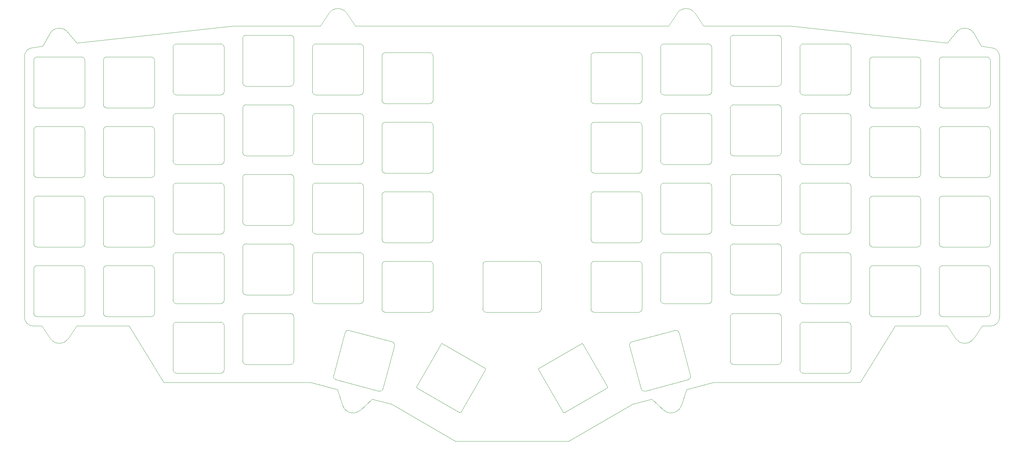
<source format=gbr>
G04 #@! TF.GenerationSoftware,KiCad,Pcbnew,(5.1.4-0)*
G04 #@! TF.CreationDate,2021-11-01T11:32:31-05:00*
G04 #@! TF.ProjectId,top_plate,746f705f-706c-4617-9465-2e6b69636164,rev?*
G04 #@! TF.SameCoordinates,Original*
G04 #@! TF.FileFunction,Profile,NP*
%FSLAX46Y46*%
G04 Gerber Fmt 4.6, Leading zero omitted, Abs format (unit mm)*
G04 Created by KiCad (PCBNEW (5.1.4-0)) date 2021-11-01 11:32:31*
%MOMM*%
%LPD*%
G04 APERTURE LIST*
%ADD10C,0.050000*%
%ADD11C,0.100000*%
G04 APERTURE END LIST*
D10*
X325965882Y-80506460D02*
X328614012Y-80962736D01*
X323970179Y-76980529D02*
X325965882Y-80506460D01*
X323970179Y-76980529D02*
G75*
G03X319368763Y-76481437I-2501417J-1600907D01*
G01*
X316665882Y-79706460D02*
X273844212Y-75009606D01*
X319368763Y-76481437D02*
X316665882Y-79706460D01*
X75920529Y-76481437D02*
X78623410Y-79706460D01*
X71319113Y-76980529D02*
X69323410Y-80506460D01*
X71319113Y-76980529D02*
G75*
G02X75920529Y-76481437I2501417J-1600907D01*
G01*
X159366878Y-177205822D02*
X164666878Y-178605822D01*
X151351079Y-178991351D02*
G75*
G03X156066877Y-180305821I2815799J985529D01*
G01*
X156066878Y-180305822D02*
X159366878Y-177205822D01*
X149866878Y-174605822D02*
X142579066Y-172640732D01*
X151351079Y-178991351D02*
X149866878Y-174605822D01*
X243939209Y-178991989D02*
G75*
G02X239223411Y-180306459I-2815799J985529D01*
G01*
X243939209Y-178991989D02*
X245423410Y-174606460D01*
X239223410Y-180306460D02*
X235923410Y-177206460D01*
X323851570Y-160734312D02*
X326232818Y-157162440D01*
X319089074Y-160734312D02*
X316707826Y-157162440D01*
X323851570Y-160734312D02*
G75*
G02X319089074Y-160734312I-2381248J1785936D01*
G01*
X242889138Y-71437872D02*
X240507890Y-75009744D01*
X247651634Y-71437872D02*
X250032882Y-75009744D01*
X242889138Y-71437872D02*
G75*
G02X247651634Y-71437872I2381248J-1785936D01*
G01*
X145257970Y-75009744D02*
X121445080Y-75009606D01*
X147639218Y-71437872D02*
X145257970Y-75009744D01*
X152401714Y-71437872D02*
X154782962Y-75009744D01*
X147639218Y-71437872D02*
G75*
G02X152401714Y-71437872I2381248J-1785936D01*
G01*
X76201778Y-160734492D02*
G75*
G02X71439282Y-160734492I-2381248J1785936D01*
G01*
X292896116Y-172641350D02*
X302420020Y-157163160D01*
X316707826Y-157162800D02*
X302420020Y-157163160D01*
X235923410Y-177206460D02*
X230623410Y-178606460D01*
X213123282Y-188714389D02*
X230623410Y-178606460D01*
X245423410Y-174606460D02*
X252711222Y-172641370D01*
X252711222Y-172640732D02*
X292895346Y-172640732D01*
X64294028Y-83343988D02*
G75*
G02X66675280Y-80962736I2381252J0D01*
G01*
X69323410Y-80506460D02*
X66675280Y-80962736D01*
X142579066Y-172640732D02*
X102394180Y-172641350D01*
X182167006Y-188714389D02*
X164666878Y-178605822D01*
X76201778Y-160734492D02*
X78583026Y-157162620D01*
X71439282Y-160734492D02*
X69058034Y-157162620D01*
X250032882Y-75009744D02*
X273845216Y-75009606D01*
X78583026Y-157162800D02*
X92869140Y-157163160D01*
X69058034Y-157162800D02*
X66675280Y-157163160D01*
X102394180Y-172641350D02*
X92869140Y-157163160D01*
X66675280Y-157163160D02*
G75*
G02X64294028Y-154781908I0J2381252D01*
G01*
X328614012Y-80962736D02*
G75*
G02X330995264Y-83343988I0J-2381252D01*
G01*
X330995288Y-154781484D02*
G75*
G02X328614036Y-157162736I-2381252J0D01*
G01*
X213123282Y-188714389D02*
X182167006Y-188714156D01*
X328614036Y-157162736D02*
X326232818Y-157162800D01*
X154782962Y-75009744D02*
X240507890Y-75009744D01*
X78623410Y-79706460D02*
X121445080Y-75009606D01*
X330995288Y-154781484D02*
X330995264Y-83343988D01*
X64294028Y-83343988D02*
X64294020Y-154781900D01*
X314470100Y-84487880D02*
G75*
G02X315470100Y-83487880I1000000J0D01*
G01*
X328470100Y-96487880D02*
G75*
G02X327470100Y-97487880I-1000000J0D01*
G01*
X327470100Y-83487880D02*
G75*
G02X328470100Y-84487880I0J-1000000D01*
G01*
X315470100Y-97487880D02*
G75*
G02X314470100Y-96487880I0J1000000D01*
G01*
X315470100Y-97487880D02*
X327470100Y-97487880D01*
X328470100Y-84487880D02*
X328470100Y-96487880D01*
X315470100Y-83487880D02*
X327470100Y-83487880D01*
X314470100Y-96487880D02*
X314470100Y-84487880D01*
X295420020Y-84487880D02*
G75*
G02X296420020Y-83487880I1000000J0D01*
G01*
X309420020Y-96487880D02*
G75*
G02X308420020Y-97487880I-1000000J0D01*
G01*
X308420020Y-83487880D02*
G75*
G02X309420020Y-84487880I0J-1000000D01*
G01*
X296420020Y-97487880D02*
G75*
G02X295420020Y-96487880I0J1000000D01*
G01*
X296420020Y-97487880D02*
X308420020Y-97487880D01*
X309420020Y-84487880D02*
X309420020Y-96487880D01*
X296420020Y-83487880D02*
X308420020Y-83487880D01*
X295420020Y-96487880D02*
X295420020Y-84487880D01*
X276369940Y-80915990D02*
G75*
G02X277369940Y-79915990I1000000J0D01*
G01*
X290369940Y-92915990D02*
G75*
G02X289369940Y-93915990I-1000000J0D01*
G01*
X289369940Y-79915990D02*
G75*
G02X290369940Y-80915990I0J-1000000D01*
G01*
X277369940Y-93915990D02*
G75*
G02X276369940Y-92915990I0J1000000D01*
G01*
X277369940Y-93915990D02*
X289369940Y-93915990D01*
X290369940Y-80915990D02*
X290369940Y-92915990D01*
X277369940Y-79915990D02*
X289369940Y-79915990D01*
X276369940Y-92915990D02*
X276369940Y-80915990D01*
X257319860Y-78534730D02*
G75*
G02X258319860Y-77534730I1000000J0D01*
G01*
X271319860Y-90534730D02*
G75*
G02X270319860Y-91534730I-1000000J0D01*
G01*
X270319860Y-77534730D02*
G75*
G02X271319860Y-78534730I0J-1000000D01*
G01*
X258319860Y-91534730D02*
G75*
G02X257319860Y-90534730I0J1000000D01*
G01*
X258319860Y-91534730D02*
X270319860Y-91534730D01*
X271319860Y-78534730D02*
X271319860Y-90534730D01*
X258319860Y-77534730D02*
X270319860Y-77534730D01*
X257319860Y-90534730D02*
X257319860Y-78534730D01*
X238269780Y-80915990D02*
G75*
G02X239269780Y-79915990I1000000J0D01*
G01*
X252269780Y-92915990D02*
G75*
G02X251269780Y-93915990I-1000000J0D01*
G01*
X251269780Y-79915990D02*
G75*
G02X252269780Y-80915990I0J-1000000D01*
G01*
X239269780Y-93915990D02*
G75*
G02X238269780Y-92915990I0J1000000D01*
G01*
X239269780Y-93915990D02*
X251269780Y-93915990D01*
X252269780Y-80915990D02*
X252269780Y-92915990D01*
X239269780Y-79915990D02*
X251269780Y-79915990D01*
X238269780Y-92915990D02*
X238269780Y-80915990D01*
X219219700Y-83297250D02*
G75*
G02X220219700Y-82297250I1000000J0D01*
G01*
X233219700Y-95297250D02*
G75*
G02X232219700Y-96297250I-1000000J0D01*
G01*
X232219700Y-82297250D02*
G75*
G02X233219700Y-83297250I0J-1000000D01*
G01*
X220219700Y-96297250D02*
G75*
G02X219219700Y-95297250I0J1000000D01*
G01*
X220219700Y-96297250D02*
X232219700Y-96297250D01*
X233219700Y-83297250D02*
X233219700Y-95297250D01*
X220219700Y-82297250D02*
X232219700Y-82297250D01*
X219219700Y-95297250D02*
X219219700Y-83297250D01*
X162069460Y-83297250D02*
G75*
G02X163069460Y-82297250I1000000J0D01*
G01*
X176069460Y-95297250D02*
G75*
G02X175069460Y-96297250I-1000000J0D01*
G01*
X175069460Y-82297250D02*
G75*
G02X176069460Y-83297250I0J-1000000D01*
G01*
X163069460Y-96297250D02*
G75*
G02X162069460Y-95297250I0J1000000D01*
G01*
X163069460Y-96297250D02*
X175069460Y-96297250D01*
X176069460Y-83297250D02*
X176069460Y-95297250D01*
X163069460Y-82297250D02*
X175069460Y-82297250D01*
X162069460Y-95297250D02*
X162069460Y-83297250D01*
X143019380Y-80915990D02*
G75*
G02X144019380Y-79915990I1000000J0D01*
G01*
X157019380Y-92915990D02*
G75*
G02X156019380Y-93915990I-1000000J0D01*
G01*
X156019380Y-79915990D02*
G75*
G02X157019380Y-80915990I0J-1000000D01*
G01*
X144019380Y-93915990D02*
G75*
G02X143019380Y-92915990I0J1000000D01*
G01*
X144019380Y-93915990D02*
X156019380Y-93915990D01*
X157019380Y-80915990D02*
X157019380Y-92915990D01*
X144019380Y-79915990D02*
X156019380Y-79915990D01*
X143019380Y-92915990D02*
X143019380Y-80915990D01*
X123969300Y-78534730D02*
G75*
G02X124969300Y-77534730I1000000J0D01*
G01*
X137969300Y-90534730D02*
G75*
G02X136969300Y-91534730I-1000000J0D01*
G01*
X136969300Y-77534730D02*
G75*
G02X137969300Y-78534730I0J-1000000D01*
G01*
X124969300Y-91534730D02*
G75*
G02X123969300Y-90534730I0J1000000D01*
G01*
X124969300Y-91534730D02*
X136969300Y-91534730D01*
X137969300Y-78534730D02*
X137969300Y-90534730D01*
X124969300Y-77534730D02*
X136969300Y-77534730D01*
X123969300Y-90534730D02*
X123969300Y-78534730D01*
X104919220Y-80915990D02*
G75*
G02X105919220Y-79915990I1000000J0D01*
G01*
X118919220Y-92915990D02*
G75*
G02X117919220Y-93915990I-1000000J0D01*
G01*
X117919220Y-79915990D02*
G75*
G02X118919220Y-80915990I0J-1000000D01*
G01*
X105919220Y-93915990D02*
G75*
G02X104919220Y-92915990I0J1000000D01*
G01*
X105919220Y-93915990D02*
X117919220Y-93915990D01*
X118919220Y-80915990D02*
X118919220Y-92915990D01*
X105919220Y-79915990D02*
X117919220Y-79915990D01*
X104919220Y-92915990D02*
X104919220Y-80915990D01*
X85869140Y-84487880D02*
G75*
G02X86869140Y-83487880I1000000J0D01*
G01*
X99869140Y-96487880D02*
G75*
G02X98869140Y-97487880I-1000000J0D01*
G01*
X98869140Y-83487880D02*
G75*
G02X99869140Y-84487880I0J-1000000D01*
G01*
X86869140Y-97487880D02*
G75*
G02X85869140Y-96487880I0J1000000D01*
G01*
X86869140Y-97487880D02*
X98869140Y-97487880D01*
X99869140Y-84487880D02*
X99869140Y-96487880D01*
X86869140Y-83487880D02*
X98869140Y-83487880D01*
X85869140Y-96487880D02*
X85869140Y-84487880D01*
X66819060Y-84487880D02*
G75*
G02X67819060Y-83487880I1000000J0D01*
G01*
X80819060Y-96487880D02*
G75*
G02X79819060Y-97487880I-1000000J0D01*
G01*
X79819060Y-83487880D02*
G75*
G02X80819060Y-84487880I0J-1000000D01*
G01*
X67819060Y-97487880D02*
G75*
G02X66819060Y-96487880I0J1000000D01*
G01*
X67819060Y-97487880D02*
X79819060Y-97487880D01*
X80819060Y-84487880D02*
X80819060Y-96487880D01*
X67819060Y-83487880D02*
X79819060Y-83487880D01*
X66819060Y-96487880D02*
X66819060Y-84487880D01*
X276369940Y-157116310D02*
G75*
G02X277369940Y-156116310I1000000J0D01*
G01*
X290369940Y-169116310D02*
G75*
G02X289369940Y-170116310I-1000000J0D01*
G01*
X289369940Y-156116310D02*
G75*
G02X290369940Y-157116310I0J-1000000D01*
G01*
X277369940Y-170116310D02*
G75*
G02X276369940Y-169116310I0J1000000D01*
G01*
X277369940Y-170116310D02*
X289369940Y-170116310D01*
X290369940Y-157116310D02*
X290369940Y-169116310D01*
X277369940Y-156116310D02*
X289369940Y-156116310D01*
X276369940Y-169116310D02*
X276369940Y-157116310D01*
X257319860Y-154735050D02*
G75*
G02X258319860Y-153735050I1000000J0D01*
G01*
X271319860Y-166735050D02*
G75*
G02X270319860Y-167735050I-1000000J0D01*
G01*
X270319860Y-153735050D02*
G75*
G02X271319860Y-154735050I0J-1000000D01*
G01*
X258319860Y-167735050D02*
G75*
G02X257319860Y-166735050I0J1000000D01*
G01*
X258319860Y-167735050D02*
X270319860Y-167735050D01*
X271319860Y-154735050D02*
X271319860Y-166735050D01*
X258319860Y-153735050D02*
X270319860Y-153735050D01*
X257319860Y-166735050D02*
X257319860Y-154735050D01*
X246440395Y-170672022D02*
G75*
G02X245733288Y-171896767I-965926J-258819D01*
G01*
X229811605Y-162704378D02*
G75*
G02X230518712Y-161479633I965926J258819D01*
G01*
X234142178Y-175002595D02*
G75*
G02X232917433Y-174295488I-258819J965926D01*
G01*
X242109822Y-158373805D02*
G75*
G02X243334567Y-159080912I258819J-965926D01*
G01*
X242109822Y-158373805D02*
X230518712Y-161479633D01*
X232917433Y-174295488D02*
X229811605Y-162704378D01*
X245733288Y-171896767D02*
X234142178Y-175002595D01*
X243334567Y-159080912D02*
X246440395Y-170672022D01*
D11*
X216615770Y-162038542D02*
X205011030Y-168738542D01*
X223615770Y-174162898D02*
X212011030Y-180862898D01*
X217025578Y-162148350D02*
X223725578Y-173753090D01*
X204901222Y-169148350D02*
X211601222Y-180753090D01*
X223725578Y-173753090D02*
G75*
G02X223615770Y-174162898I-259808J-150000D01*
G01*
X212011030Y-180862898D02*
G75*
G02X211601222Y-180753090I-150000J259808D01*
G01*
X204901222Y-169148350D02*
G75*
G02X205011030Y-168738542I259808J150000D01*
G01*
X216615770Y-162038542D02*
G75*
G02X217025578Y-162148350I150000J-259808D01*
G01*
X190278130Y-168738542D02*
X178673390Y-162038542D01*
X183278130Y-180862898D02*
X171673390Y-174162898D01*
X190387938Y-169148350D02*
X183687938Y-180753090D01*
X178263582Y-162148350D02*
X171563582Y-173753090D01*
X183687938Y-180753090D02*
G75*
G02X183278130Y-180862898I-259808J150000D01*
G01*
X171673390Y-174162898D02*
G75*
G02X171563582Y-173753090I150000J259808D01*
G01*
X178263582Y-162148350D02*
G75*
G02X178673390Y-162038542I259808J-150000D01*
G01*
X190278130Y-168738542D02*
G75*
G02X190387938Y-169148350I-150000J-259808D01*
G01*
D10*
X162371727Y-174295488D02*
G75*
G02X161146982Y-175002595I-965926J258819D01*
G01*
X151954593Y-159080912D02*
G75*
G02X153179338Y-158373805I965926J-258819D01*
G01*
X149555872Y-171896767D02*
G75*
G02X148848765Y-170672022I258819J965926D01*
G01*
X164770448Y-161479633D02*
G75*
G02X165477555Y-162704378I-258819J-965926D01*
G01*
X164770448Y-161479633D02*
X153179338Y-158373805D01*
X148848765Y-170672022D02*
X151954593Y-159080912D01*
X161146982Y-175002595D02*
X149555872Y-171896767D01*
X165477555Y-162704378D02*
X162371727Y-174295488D01*
X123969300Y-154735050D02*
G75*
G02X124969300Y-153735050I1000000J0D01*
G01*
X137969300Y-166735050D02*
G75*
G02X136969300Y-167735050I-1000000J0D01*
G01*
X136969300Y-153735050D02*
G75*
G02X137969300Y-154735050I0J-1000000D01*
G01*
X124969300Y-167735050D02*
G75*
G02X123969300Y-166735050I0J1000000D01*
G01*
X124969300Y-167735050D02*
X136969300Y-167735050D01*
X137969300Y-154735050D02*
X137969300Y-166735050D01*
X124969300Y-153735050D02*
X136969300Y-153735050D01*
X123969300Y-166735050D02*
X123969300Y-154735050D01*
X104919220Y-157116310D02*
G75*
G02X105919220Y-156116310I1000000J0D01*
G01*
X118919220Y-169116310D02*
G75*
G02X117919220Y-170116310I-1000000J0D01*
G01*
X117919220Y-156116310D02*
G75*
G02X118919220Y-157116310I0J-1000000D01*
G01*
X105919220Y-170116310D02*
G75*
G02X104919220Y-169116310I0J1000000D01*
G01*
X105919220Y-170116310D02*
X117919220Y-170116310D01*
X118919220Y-157116310D02*
X118919220Y-169116310D01*
X105919220Y-156116310D02*
X117919220Y-156116310D01*
X104919220Y-169116310D02*
X104919220Y-157116310D01*
X314470100Y-141638120D02*
G75*
G02X315470100Y-140638120I1000000J0D01*
G01*
X328470100Y-153638120D02*
G75*
G02X327470100Y-154638120I-1000000J0D01*
G01*
X327470100Y-140638120D02*
G75*
G02X328470100Y-141638120I0J-1000000D01*
G01*
X315470100Y-154638120D02*
G75*
G02X314470100Y-153638120I0J1000000D01*
G01*
X315470100Y-154638120D02*
X327470100Y-154638120D01*
X328470100Y-141638120D02*
X328470100Y-153638120D01*
X315470100Y-140638120D02*
X327470100Y-140638120D01*
X314470100Y-153638120D02*
X314470100Y-141638120D01*
X295420020Y-141638120D02*
G75*
G02X296420020Y-140638120I1000000J0D01*
G01*
X309420020Y-153638120D02*
G75*
G02X308420020Y-154638120I-1000000J0D01*
G01*
X308420020Y-140638120D02*
G75*
G02X309420020Y-141638120I0J-1000000D01*
G01*
X296420020Y-154638120D02*
G75*
G02X295420020Y-153638120I0J1000000D01*
G01*
X296420020Y-154638120D02*
X308420020Y-154638120D01*
X309420020Y-141638120D02*
X309420020Y-153638120D01*
X296420020Y-140638120D02*
X308420020Y-140638120D01*
X295420020Y-153638120D02*
X295420020Y-141638120D01*
X276369940Y-138066230D02*
G75*
G02X277369940Y-137066230I1000000J0D01*
G01*
X290369940Y-150066230D02*
G75*
G02X289369940Y-151066230I-1000000J0D01*
G01*
X289369940Y-137066230D02*
G75*
G02X290369940Y-138066230I0J-1000000D01*
G01*
X277369940Y-151066230D02*
G75*
G02X276369940Y-150066230I0J1000000D01*
G01*
X277369940Y-151066230D02*
X289369940Y-151066230D01*
X290369940Y-138066230D02*
X290369940Y-150066230D01*
X277369940Y-137066230D02*
X289369940Y-137066230D01*
X276369940Y-150066230D02*
X276369940Y-138066230D01*
X257319860Y-135684970D02*
G75*
G02X258319860Y-134684970I1000000J0D01*
G01*
X271319860Y-147684970D02*
G75*
G02X270319860Y-148684970I-1000000J0D01*
G01*
X270319860Y-134684970D02*
G75*
G02X271319860Y-135684970I0J-1000000D01*
G01*
X258319860Y-148684970D02*
G75*
G02X257319860Y-147684970I0J1000000D01*
G01*
X258319860Y-148684970D02*
X270319860Y-148684970D01*
X271319860Y-135684970D02*
X271319860Y-147684970D01*
X258319860Y-134684970D02*
X270319860Y-134684970D01*
X257319860Y-147684970D02*
X257319860Y-135684970D01*
X238269780Y-138066230D02*
G75*
G02X239269780Y-137066230I1000000J0D01*
G01*
X252269780Y-150066230D02*
G75*
G02X251269780Y-151066230I-1000000J0D01*
G01*
X251269780Y-137066230D02*
G75*
G02X252269780Y-138066230I0J-1000000D01*
G01*
X239269780Y-151066230D02*
G75*
G02X238269780Y-150066230I0J1000000D01*
G01*
X239269780Y-151066230D02*
X251269780Y-151066230D01*
X252269780Y-138066230D02*
X252269780Y-150066230D01*
X239269780Y-137066230D02*
X251269780Y-137066230D01*
X238269780Y-150066230D02*
X238269780Y-138066230D01*
X219219700Y-140447490D02*
G75*
G02X220219700Y-139447490I1000000J0D01*
G01*
X233219700Y-152447490D02*
G75*
G02X232219700Y-153447490I-1000000J0D01*
G01*
X232219700Y-139447490D02*
G75*
G02X233219700Y-140447490I0J-1000000D01*
G01*
X220219700Y-153447490D02*
G75*
G02X219219700Y-152447490I0J1000000D01*
G01*
X220219700Y-153447490D02*
X232219700Y-153447490D01*
X233219700Y-140447490D02*
X233219700Y-152447490D01*
X220219700Y-139447490D02*
X232219700Y-139447490D01*
X219219700Y-152447490D02*
X219219700Y-140447490D01*
X162069460Y-140447490D02*
G75*
G02X163069460Y-139447490I1000000J0D01*
G01*
X176069460Y-152447490D02*
G75*
G02X175069460Y-153447490I-1000000J0D01*
G01*
X175069460Y-139447490D02*
G75*
G02X176069460Y-140447490I0J-1000000D01*
G01*
X163069460Y-153447490D02*
G75*
G02X162069460Y-152447490I0J1000000D01*
G01*
X163069460Y-153447490D02*
X175069460Y-153447490D01*
X176069460Y-140447490D02*
X176069460Y-152447490D01*
X163069460Y-139447490D02*
X175069460Y-139447490D01*
X162069460Y-152447490D02*
X162069460Y-140447490D01*
X143019380Y-138066230D02*
G75*
G02X144019380Y-137066230I1000000J0D01*
G01*
X157019380Y-150066230D02*
G75*
G02X156019380Y-151066230I-1000000J0D01*
G01*
X156019380Y-137066230D02*
G75*
G02X157019380Y-138066230I0J-1000000D01*
G01*
X144019380Y-151066230D02*
G75*
G02X143019380Y-150066230I0J1000000D01*
G01*
X144019380Y-151066230D02*
X156019380Y-151066230D01*
X157019380Y-138066230D02*
X157019380Y-150066230D01*
X144019380Y-137066230D02*
X156019380Y-137066230D01*
X143019380Y-150066230D02*
X143019380Y-138066230D01*
X123969300Y-135684970D02*
G75*
G02X124969300Y-134684970I1000000J0D01*
G01*
X137969300Y-147684970D02*
G75*
G02X136969300Y-148684970I-1000000J0D01*
G01*
X136969300Y-134684970D02*
G75*
G02X137969300Y-135684970I0J-1000000D01*
G01*
X124969300Y-148684970D02*
G75*
G02X123969300Y-147684970I0J1000000D01*
G01*
X124969300Y-148684970D02*
X136969300Y-148684970D01*
X137969300Y-135684970D02*
X137969300Y-147684970D01*
X124969300Y-134684970D02*
X136969300Y-134684970D01*
X123969300Y-147684970D02*
X123969300Y-135684970D01*
X104919220Y-138066230D02*
G75*
G02X105919220Y-137066230I1000000J0D01*
G01*
X118919220Y-150066230D02*
G75*
G02X117919220Y-151066230I-1000000J0D01*
G01*
X117919220Y-137066230D02*
G75*
G02X118919220Y-138066230I0J-1000000D01*
G01*
X105919220Y-151066230D02*
G75*
G02X104919220Y-150066230I0J1000000D01*
G01*
X105919220Y-151066230D02*
X117919220Y-151066230D01*
X118919220Y-138066230D02*
X118919220Y-150066230D01*
X105919220Y-137066230D02*
X117919220Y-137066230D01*
X104919220Y-150066230D02*
X104919220Y-138066230D01*
X85869140Y-141638120D02*
G75*
G02X86869140Y-140638120I1000000J0D01*
G01*
X99869140Y-153638120D02*
G75*
G02X98869140Y-154638120I-1000000J0D01*
G01*
X98869140Y-140638120D02*
G75*
G02X99869140Y-141638120I0J-1000000D01*
G01*
X86869140Y-154638120D02*
G75*
G02X85869140Y-153638120I0J1000000D01*
G01*
X86869140Y-154638120D02*
X98869140Y-154638120D01*
X99869140Y-141638120D02*
X99869140Y-153638120D01*
X86869140Y-140638120D02*
X98869140Y-140638120D01*
X85869140Y-153638120D02*
X85869140Y-141638120D01*
X66819060Y-141638120D02*
G75*
G02X67819060Y-140638120I1000000J0D01*
G01*
X80819060Y-153638120D02*
G75*
G02X79819060Y-154638120I-1000000J0D01*
G01*
X79819060Y-140638120D02*
G75*
G02X80819060Y-141638120I0J-1000000D01*
G01*
X67819060Y-154638120D02*
G75*
G02X66819060Y-153638120I0J1000000D01*
G01*
X67819060Y-154638120D02*
X79819060Y-154638120D01*
X80819060Y-141638120D02*
X80819060Y-153638120D01*
X67819060Y-140638120D02*
X79819060Y-140638120D01*
X66819060Y-153638120D02*
X66819060Y-141638120D01*
X314470100Y-122588040D02*
G75*
G02X315470100Y-121588040I1000000J0D01*
G01*
X328470100Y-134588040D02*
G75*
G02X327470100Y-135588040I-1000000J0D01*
G01*
X327470100Y-121588040D02*
G75*
G02X328470100Y-122588040I0J-1000000D01*
G01*
X315470100Y-135588040D02*
G75*
G02X314470100Y-134588040I0J1000000D01*
G01*
X315470100Y-135588040D02*
X327470100Y-135588040D01*
X328470100Y-122588040D02*
X328470100Y-134588040D01*
X315470100Y-121588040D02*
X327470100Y-121588040D01*
X314470100Y-134588040D02*
X314470100Y-122588040D01*
X295420020Y-122588040D02*
G75*
G02X296420020Y-121588040I1000000J0D01*
G01*
X309420020Y-134588040D02*
G75*
G02X308420020Y-135588040I-1000000J0D01*
G01*
X308420020Y-121588040D02*
G75*
G02X309420020Y-122588040I0J-1000000D01*
G01*
X296420020Y-135588040D02*
G75*
G02X295420020Y-134588040I0J1000000D01*
G01*
X296420020Y-135588040D02*
X308420020Y-135588040D01*
X309420020Y-122588040D02*
X309420020Y-134588040D01*
X296420020Y-121588040D02*
X308420020Y-121588040D01*
X295420020Y-134588040D02*
X295420020Y-122588040D01*
X276369940Y-119016150D02*
G75*
G02X277369940Y-118016150I1000000J0D01*
G01*
X290369940Y-131016150D02*
G75*
G02X289369940Y-132016150I-1000000J0D01*
G01*
X289369940Y-118016150D02*
G75*
G02X290369940Y-119016150I0J-1000000D01*
G01*
X277369940Y-132016150D02*
G75*
G02X276369940Y-131016150I0J1000000D01*
G01*
X277369940Y-132016150D02*
X289369940Y-132016150D01*
X290369940Y-119016150D02*
X290369940Y-131016150D01*
X277369940Y-118016150D02*
X289369940Y-118016150D01*
X276369940Y-131016150D02*
X276369940Y-119016150D01*
X257319860Y-116634890D02*
G75*
G02X258319860Y-115634890I1000000J0D01*
G01*
X271319860Y-128634890D02*
G75*
G02X270319860Y-129634890I-1000000J0D01*
G01*
X270319860Y-115634890D02*
G75*
G02X271319860Y-116634890I0J-1000000D01*
G01*
X258319860Y-129634890D02*
G75*
G02X257319860Y-128634890I0J1000000D01*
G01*
X258319860Y-129634890D02*
X270319860Y-129634890D01*
X271319860Y-116634890D02*
X271319860Y-128634890D01*
X258319860Y-115634890D02*
X270319860Y-115634890D01*
X257319860Y-128634890D02*
X257319860Y-116634890D01*
X238269780Y-119016150D02*
G75*
G02X239269780Y-118016150I1000000J0D01*
G01*
X252269780Y-131016150D02*
G75*
G02X251269780Y-132016150I-1000000J0D01*
G01*
X251269780Y-118016150D02*
G75*
G02X252269780Y-119016150I0J-1000000D01*
G01*
X239269780Y-132016150D02*
G75*
G02X238269780Y-131016150I0J1000000D01*
G01*
X239269780Y-132016150D02*
X251269780Y-132016150D01*
X252269780Y-119016150D02*
X252269780Y-131016150D01*
X239269780Y-118016150D02*
X251269780Y-118016150D01*
X238269780Y-131016150D02*
X238269780Y-119016150D01*
X219219700Y-121397410D02*
G75*
G02X220219700Y-120397410I1000000J0D01*
G01*
X233219700Y-133397410D02*
G75*
G02X232219700Y-134397410I-1000000J0D01*
G01*
X232219700Y-120397410D02*
G75*
G02X233219700Y-121397410I0J-1000000D01*
G01*
X220219700Y-134397410D02*
G75*
G02X219219700Y-133397410I0J1000000D01*
G01*
X220219700Y-134397410D02*
X232219700Y-134397410D01*
X233219700Y-121397410D02*
X233219700Y-133397410D01*
X220219700Y-120397410D02*
X232219700Y-120397410D01*
X219219700Y-133397410D02*
X219219700Y-121397410D01*
X162069460Y-121397410D02*
G75*
G02X163069460Y-120397410I1000000J0D01*
G01*
X176069460Y-133397410D02*
G75*
G02X175069460Y-134397410I-1000000J0D01*
G01*
X175069460Y-120397410D02*
G75*
G02X176069460Y-121397410I0J-1000000D01*
G01*
X163069460Y-134397410D02*
G75*
G02X162069460Y-133397410I0J1000000D01*
G01*
X163069460Y-134397410D02*
X175069460Y-134397410D01*
X176069460Y-121397410D02*
X176069460Y-133397410D01*
X163069460Y-120397410D02*
X175069460Y-120397410D01*
X162069460Y-133397410D02*
X162069460Y-121397410D01*
X143019380Y-119016150D02*
G75*
G02X144019380Y-118016150I1000000J0D01*
G01*
X157019380Y-131016150D02*
G75*
G02X156019380Y-132016150I-1000000J0D01*
G01*
X156019380Y-118016150D02*
G75*
G02X157019380Y-119016150I0J-1000000D01*
G01*
X144019380Y-132016150D02*
G75*
G02X143019380Y-131016150I0J1000000D01*
G01*
X144019380Y-132016150D02*
X156019380Y-132016150D01*
X157019380Y-119016150D02*
X157019380Y-131016150D01*
X144019380Y-118016150D02*
X156019380Y-118016150D01*
X143019380Y-131016150D02*
X143019380Y-119016150D01*
X123969300Y-116634890D02*
G75*
G02X124969300Y-115634890I1000000J0D01*
G01*
X137969300Y-128634890D02*
G75*
G02X136969300Y-129634890I-1000000J0D01*
G01*
X136969300Y-115634890D02*
G75*
G02X137969300Y-116634890I0J-1000000D01*
G01*
X124969300Y-129634890D02*
G75*
G02X123969300Y-128634890I0J1000000D01*
G01*
X124969300Y-129634890D02*
X136969300Y-129634890D01*
X137969300Y-116634890D02*
X137969300Y-128634890D01*
X124969300Y-115634890D02*
X136969300Y-115634890D01*
X123969300Y-128634890D02*
X123969300Y-116634890D01*
X104919220Y-119016150D02*
G75*
G02X105919220Y-118016150I1000000J0D01*
G01*
X118919220Y-131016150D02*
G75*
G02X117919220Y-132016150I-1000000J0D01*
G01*
X117919220Y-118016150D02*
G75*
G02X118919220Y-119016150I0J-1000000D01*
G01*
X105919220Y-132016150D02*
G75*
G02X104919220Y-131016150I0J1000000D01*
G01*
X105919220Y-132016150D02*
X117919220Y-132016150D01*
X118919220Y-119016150D02*
X118919220Y-131016150D01*
X105919220Y-118016150D02*
X117919220Y-118016150D01*
X104919220Y-131016150D02*
X104919220Y-119016150D01*
X85869140Y-122588040D02*
G75*
G02X86869140Y-121588040I1000000J0D01*
G01*
X99869140Y-134588040D02*
G75*
G02X98869140Y-135588040I-1000000J0D01*
G01*
X98869140Y-121588040D02*
G75*
G02X99869140Y-122588040I0J-1000000D01*
G01*
X86869140Y-135588040D02*
G75*
G02X85869140Y-134588040I0J1000000D01*
G01*
X86869140Y-135588040D02*
X98869140Y-135588040D01*
X99869140Y-122588040D02*
X99869140Y-134588040D01*
X86869140Y-121588040D02*
X98869140Y-121588040D01*
X85869140Y-134588040D02*
X85869140Y-122588040D01*
X66819060Y-122588040D02*
G75*
G02X67819060Y-121588040I1000000J0D01*
G01*
X80819060Y-134588040D02*
G75*
G02X79819060Y-135588040I-1000000J0D01*
G01*
X79819060Y-121588040D02*
G75*
G02X80819060Y-122588040I0J-1000000D01*
G01*
X67819060Y-135588040D02*
G75*
G02X66819060Y-134588040I0J1000000D01*
G01*
X67819060Y-135588040D02*
X79819060Y-135588040D01*
X80819060Y-122588040D02*
X80819060Y-134588040D01*
X67819060Y-121588040D02*
X79819060Y-121588040D01*
X66819060Y-134588040D02*
X66819060Y-122588040D01*
X314470100Y-103537960D02*
G75*
G02X315470100Y-102537960I1000000J0D01*
G01*
X328470100Y-115537960D02*
G75*
G02X327470100Y-116537960I-1000000J0D01*
G01*
X327470100Y-102537960D02*
G75*
G02X328470100Y-103537960I0J-1000000D01*
G01*
X315470100Y-116537960D02*
G75*
G02X314470100Y-115537960I0J1000000D01*
G01*
X315470100Y-116537960D02*
X327470100Y-116537960D01*
X328470100Y-103537960D02*
X328470100Y-115537960D01*
X315470100Y-102537960D02*
X327470100Y-102537960D01*
X314470100Y-115537960D02*
X314470100Y-103537960D01*
X295420020Y-103537960D02*
G75*
G02X296420020Y-102537960I1000000J0D01*
G01*
X309420020Y-115537960D02*
G75*
G02X308420020Y-116537960I-1000000J0D01*
G01*
X308420020Y-102537960D02*
G75*
G02X309420020Y-103537960I0J-1000000D01*
G01*
X296420020Y-116537960D02*
G75*
G02X295420020Y-115537960I0J1000000D01*
G01*
X296420020Y-116537960D02*
X308420020Y-116537960D01*
X309420020Y-103537960D02*
X309420020Y-115537960D01*
X296420020Y-102537960D02*
X308420020Y-102537960D01*
X295420020Y-115537960D02*
X295420020Y-103537960D01*
X276369940Y-99966070D02*
G75*
G02X277369940Y-98966070I1000000J0D01*
G01*
X290369940Y-111966070D02*
G75*
G02X289369940Y-112966070I-1000000J0D01*
G01*
X289369940Y-98966070D02*
G75*
G02X290369940Y-99966070I0J-1000000D01*
G01*
X277369940Y-112966070D02*
G75*
G02X276369940Y-111966070I0J1000000D01*
G01*
X277369940Y-112966070D02*
X289369940Y-112966070D01*
X290369940Y-99966070D02*
X290369940Y-111966070D01*
X277369940Y-98966070D02*
X289369940Y-98966070D01*
X276369940Y-111966070D02*
X276369940Y-99966070D01*
X257319860Y-97584810D02*
G75*
G02X258319860Y-96584810I1000000J0D01*
G01*
X271319860Y-109584810D02*
G75*
G02X270319860Y-110584810I-1000000J0D01*
G01*
X270319860Y-96584810D02*
G75*
G02X271319860Y-97584810I0J-1000000D01*
G01*
X258319860Y-110584810D02*
G75*
G02X257319860Y-109584810I0J1000000D01*
G01*
X258319860Y-110584810D02*
X270319860Y-110584810D01*
X271319860Y-97584810D02*
X271319860Y-109584810D01*
X258319860Y-96584810D02*
X270319860Y-96584810D01*
X257319860Y-109584810D02*
X257319860Y-97584810D01*
X238269780Y-99966070D02*
G75*
G02X239269780Y-98966070I1000000J0D01*
G01*
X252269780Y-111966070D02*
G75*
G02X251269780Y-112966070I-1000000J0D01*
G01*
X251269780Y-98966070D02*
G75*
G02X252269780Y-99966070I0J-1000000D01*
G01*
X239269780Y-112966070D02*
G75*
G02X238269780Y-111966070I0J1000000D01*
G01*
X239269780Y-112966070D02*
X251269780Y-112966070D01*
X252269780Y-99966070D02*
X252269780Y-111966070D01*
X239269780Y-98966070D02*
X251269780Y-98966070D01*
X238269780Y-111966070D02*
X238269780Y-99966070D01*
X219219700Y-102347330D02*
G75*
G02X220219700Y-101347330I1000000J0D01*
G01*
X233219700Y-114347330D02*
G75*
G02X232219700Y-115347330I-1000000J0D01*
G01*
X232219700Y-101347330D02*
G75*
G02X233219700Y-102347330I0J-1000000D01*
G01*
X220219700Y-115347330D02*
G75*
G02X219219700Y-114347330I0J1000000D01*
G01*
X220219700Y-115347330D02*
X232219700Y-115347330D01*
X233219700Y-102347330D02*
X233219700Y-114347330D01*
X220219700Y-101347330D02*
X232219700Y-101347330D01*
X219219700Y-114347330D02*
X219219700Y-102347330D01*
X162069460Y-102347330D02*
G75*
G02X163069460Y-101347330I1000000J0D01*
G01*
X176069460Y-114347330D02*
G75*
G02X175069460Y-115347330I-1000000J0D01*
G01*
X175069460Y-101347330D02*
G75*
G02X176069460Y-102347330I0J-1000000D01*
G01*
X163069460Y-115347330D02*
G75*
G02X162069460Y-114347330I0J1000000D01*
G01*
X163069460Y-115347330D02*
X175069460Y-115347330D01*
X176069460Y-102347330D02*
X176069460Y-114347330D01*
X163069460Y-101347330D02*
X175069460Y-101347330D01*
X162069460Y-114347330D02*
X162069460Y-102347330D01*
X143019380Y-99966070D02*
G75*
G02X144019380Y-98966070I1000000J0D01*
G01*
X157019380Y-111966070D02*
G75*
G02X156019380Y-112966070I-1000000J0D01*
G01*
X156019380Y-98966070D02*
G75*
G02X157019380Y-99966070I0J-1000000D01*
G01*
X144019380Y-112966070D02*
G75*
G02X143019380Y-111966070I0J1000000D01*
G01*
X144019380Y-112966070D02*
X156019380Y-112966070D01*
X157019380Y-99966070D02*
X157019380Y-111966070D01*
X144019380Y-98966070D02*
X156019380Y-98966070D01*
X143019380Y-111966070D02*
X143019380Y-99966070D01*
X123969300Y-97584810D02*
G75*
G02X124969300Y-96584810I1000000J0D01*
G01*
X137969300Y-109584810D02*
G75*
G02X136969300Y-110584810I-1000000J0D01*
G01*
X136969300Y-96584810D02*
G75*
G02X137969300Y-97584810I0J-1000000D01*
G01*
X124969300Y-110584810D02*
G75*
G02X123969300Y-109584810I0J1000000D01*
G01*
X124969300Y-110584810D02*
X136969300Y-110584810D01*
X137969300Y-97584810D02*
X137969300Y-109584810D01*
X124969300Y-96584810D02*
X136969300Y-96584810D01*
X123969300Y-109584810D02*
X123969300Y-97584810D01*
X104919220Y-99966070D02*
G75*
G02X105919220Y-98966070I1000000J0D01*
G01*
X118919220Y-111966070D02*
G75*
G02X117919220Y-112966070I-1000000J0D01*
G01*
X117919220Y-98966070D02*
G75*
G02X118919220Y-99966070I0J-1000000D01*
G01*
X105919220Y-112966070D02*
G75*
G02X104919220Y-111966070I0J1000000D01*
G01*
X105919220Y-112966070D02*
X117919220Y-112966070D01*
X118919220Y-99966070D02*
X118919220Y-111966070D01*
X105919220Y-98966070D02*
X117919220Y-98966070D01*
X104919220Y-111966070D02*
X104919220Y-99966070D01*
X85869140Y-103537960D02*
G75*
G02X86869140Y-102537960I1000000J0D01*
G01*
X99869140Y-115537960D02*
G75*
G02X98869140Y-116537960I-1000000J0D01*
G01*
X98869140Y-102537960D02*
G75*
G02X99869140Y-103537960I0J-1000000D01*
G01*
X86869140Y-116537960D02*
G75*
G02X85869140Y-115537960I0J1000000D01*
G01*
X86869140Y-116537960D02*
X98869140Y-116537960D01*
X99869140Y-103537960D02*
X99869140Y-115537960D01*
X86869140Y-102537960D02*
X98869140Y-102537960D01*
X85869140Y-115537960D02*
X85869140Y-103537960D01*
X66819060Y-103537960D02*
G75*
G02X67819060Y-102537960I1000000J0D01*
G01*
X80819060Y-115537960D02*
G75*
G02X79819060Y-116537960I-1000000J0D01*
G01*
X79819060Y-102537960D02*
G75*
G02X80819060Y-103537960I0J-1000000D01*
G01*
X67819060Y-116537960D02*
G75*
G02X66819060Y-115537960I0J1000000D01*
G01*
X67819060Y-116537960D02*
X79819060Y-116537960D01*
X80819060Y-103537960D02*
X80819060Y-115537960D01*
X67819060Y-102537960D02*
X79819060Y-102537960D01*
X66819060Y-115537960D02*
X66819060Y-103537960D01*
X189644580Y-140447085D02*
G75*
G02X190644580Y-139447085I1000000J0D01*
G01*
X205644580Y-152447085D02*
G75*
G02X204644580Y-153447085I-1000000J0D01*
G01*
X204644580Y-139447085D02*
G75*
G02X205644580Y-140447085I0J-1000000D01*
G01*
X190644580Y-153447085D02*
G75*
G02X189644580Y-152447085I0J1000000D01*
G01*
X190644580Y-153447085D02*
X204644580Y-153447085D01*
X205644580Y-140447085D02*
X205644580Y-152447085D01*
X190644580Y-139447085D02*
X204644580Y-139447085D01*
X189644580Y-152447085D02*
X189644580Y-140447085D01*
M02*

</source>
